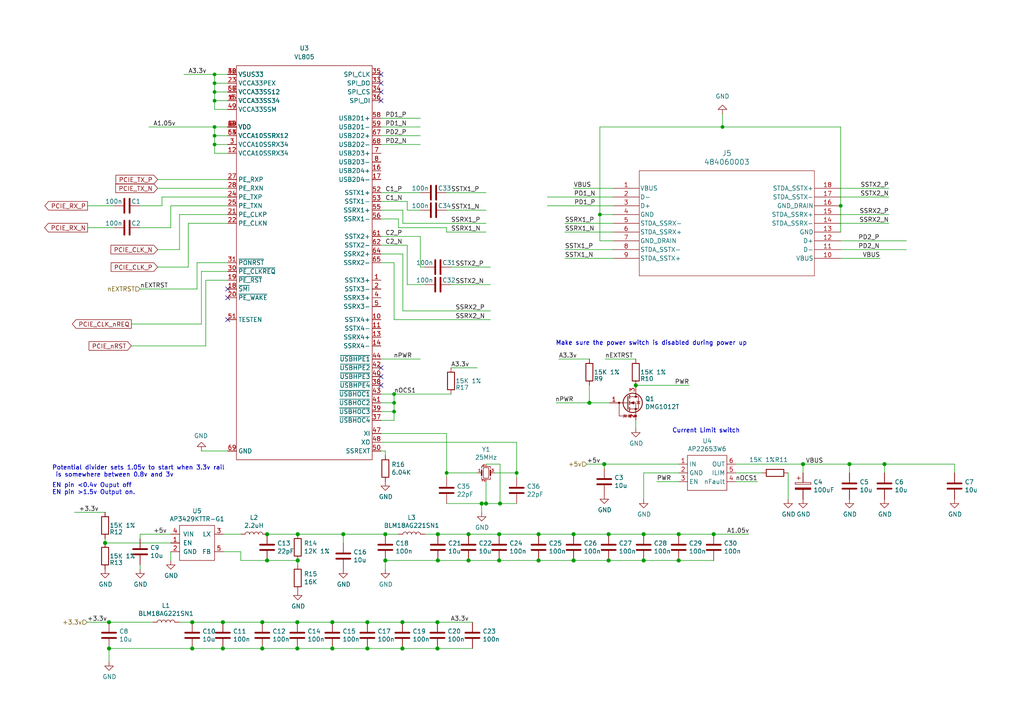
<source format=kicad_sch>
(kicad_sch (version 20231120) (generator "eeschema") (generator_version "8.0")
  (paper "A4")
  (lib_symbols
    (symbol "2024-11-02_07-37-17:484060003" (pin_names (offset 0.254))
      (property "Reference" "J" (at 33.02 10.16 0))
      (property "Value" "484060003" (at 33.02 7.62 0))
      (symbol "484060003_0_1"
        (pin power_in line (at 0 0 0) (length 7.62) (name "VBUS") (number "1"))
        (pin power_in line (at 66.04 -20.32 180) (length 7.62) (name "VBUS") (number "10"))
        (pin bidirectional line (at 66.04 -17.78 180) (length 7.62) (name "D-") (number "11"))
        (pin bidirectional line (at 66.04 -15.24 180) (length 7.62) (name "D+") (number "12"))
        (pin power_out line (at 66.04 -12.7 180) (length 7.62) (name "GND") (number "13"))
        (pin bidirectional line (at 66.04 -10.16 180) (length 7.62) (name "STDA_SSRX-") (number "14"))
        (pin bidirectional line (at 66.04 -7.62 180) (length 7.62) (name "STDA_SSRX+") (number "15"))
        (pin power_out line (at 66.04 -5.08 180) (length 7.62) (name "GND_DRAIN") (number "16"))
        (pin bidirectional line (at 66.04 -2.54 180) (length 7.62) (name "STDA_SSTX-") (number "17"))
        (pin bidirectional line (at 66.04 0 180) (length 7.62) (name "STDA_SSTX+") (number "18"))
        (pin bidirectional line (at 0 -2.54 0) (length 7.62) (name "D-") (number "2"))
        (pin bidirectional line (at 0 -5.08 0) (length 7.62) (name "D+") (number "3"))
        (pin power_out line (at 0 -7.62 0) (length 7.62) (name "GND") (number "4"))
        (pin bidirectional line (at 0 -10.16 0) (length 7.62) (name "STDA_SSRX-") (number "5"))
        (pin bidirectional line (at 0 -12.7 0) (length 7.62) (name "STDA_SSRX+") (number "6"))
        (pin power_out line (at 0 -15.24 0) (length 7.62) (name "GND_DRAIN") (number "7"))
        (pin bidirectional line (at 0 -17.78 0) (length 7.62) (name "STDA_SSTX-") (number "8"))
        (pin bidirectional line (at 0 -20.32 0) (length 7.62) (name "STDA_SSTX+") (number "9"))
      )
    )
    (symbol "ASM1042:VL805"
      (property "Reference" "U1" (at -0.635 45.72 0))
      (property "Value" "VL805" (at -0.635 43.18 0))
      (symbol "VL805_1_1"
        (pin input line (at 21.59 -21.59 180) (length 2.54) (name "SSTX3+") (number "1"))
        (pin input line (at 21.59 -33.02 180) (length 2.54) (name "SSTX4+") (number "10"))
        (pin input line (at 21.59 -35.56 180) (length 2.54) (name "SSTX4-") (number "11"))
        (pin input line (at -22.86 15.24 0) (length 2.54) (name "VCCA10SSRX34") (number "12"))
        (pin input line (at 21.59 -38.1 180) (length 2.54) (name "SSRX4+") (number "13"))
        (pin input line (at 21.59 -40.64 180) (length 2.54) (name "SSRX4-") (number "14"))
        (pin input line (at -22.86 30.48 0) (length 2.54) (name "VCCA33SS34") (number "15"))
        (pin input line (at 21.59 10.16 180) (length 2.54) (name "USB2D4+") (number "16"))
        (pin input line (at 21.59 7.62 180) (length 2.54) (name "USB2D4-") (number "17"))
        (pin input line (at -22.86 -24.13 0) (length 2.54) (name "~{SMI}") (number "18"))
        (pin input line (at -22.86 -21.59 0) (length 2.54) (name "~{PE_RST}") (number "19"))
        (pin input line (at 21.59 -24.13 180) (length 2.54) (name "SSTX3-") (number "2"))
        (pin input line (at -22.86 -26.67 0) (length 2.54) (name "~{PE_WAKE}") (number "20"))
        (pin input line (at -22.86 -2.54 0) (length 2.54) (name "PE_CLKP") (number "21"))
        (pin input line (at -22.86 -5.08 0) (length 2.54) (name "PE_CLKN") (number "22"))
        (pin input line (at -22.86 35.56 0) (length 2.54) (name "VCCA33PEX") (number "23"))
        (pin input line (at -22.86 2.54 0) (length 2.54) (name "PE_TXP") (number "24"))
        (pin input line (at -22.86 0 0) (length 2.54) (name "PE_TXN") (number "25"))
        (pin input line (at -22.86 7.62 0) (length 2.54) (name "PE_RXP") (number "27"))
        (pin input line (at -22.86 5.08 0) (length 2.54) (name "PE_RXN") (number "28"))
        (pin input line (at -22.86 22.86 0) (length 2.54) (name "VDD") (number "29"))
        (pin input line (at -22.86 17.78 0) (length 2.54) (name "VCCA10SSRX34") (number "3"))
        (pin input line (at -22.86 -19.05 0) (length 2.54) (name "~{PE_CLKREQ}") (number "30"))
        (pin input line (at -22.86 -16.51 0) (length 2.54) (name "~{PONRST}") (number "31"))
        (pin input line (at -22.86 38.1 0) (length 2.54) (name "VSUS33") (number "32"))
        (pin input line (at 21.59 35.56 180) (length 2.54) (name "SPI_DO") (number "33"))
        (pin input line (at 21.59 33.02 180) (length 2.54) (name "SPI_CS") (number "34"))
        (pin input line (at 21.59 38.1 180) (length 2.54) (name "SPI_CLK") (number "35"))
        (pin input line (at 21.59 30.48 180) (length 2.54) (name "SPI_DI") (number "36"))
        (pin input line (at 21.59 -62.23 180) (length 2.54) (name "~{USBHOC4}") (number "37"))
        (pin input line (at 21.59 -52.07 180) (length 2.54) (name "~{USBHPE4}") (number "38"))
        (pin input line (at 21.59 -59.69 180) (length 2.54) (name "~{USBHOC3}") (number "39"))
        (pin input line (at 21.59 -26.67 180) (length 2.54) (name "SSRX3+") (number "4"))
        (pin input line (at 21.59 -49.53 180) (length 2.54) (name "~{USBHPE3}") (number "40"))
        (pin input line (at 21.59 -57.15 180) (length 2.54) (name "~{USBHOC2}") (number "41"))
        (pin input line (at 21.59 -46.99 180) (length 2.54) (name "~{USBHPE2}") (number "42"))
        (pin input line (at 21.59 -54.61 180) (length 2.54) (name "~{USBHOC1}") (number "43"))
        (pin input line (at 21.59 -44.45 180) (length 2.54) (name "~{USBHPE1}") (number "44"))
        (pin input line (at -22.86 22.86 0) (length 2.54) (name "VDD") (number "45"))
        (pin input line (at -22.86 38.1 0) (length 2.54) (name "VSUS33") (number "46"))
        (pin input line (at 21.59 -66.04 180) (length 2.54) (name "XI") (number "47"))
        (pin input line (at 21.59 -68.58 180) (length 2.54) (name "XO") (number "48"))
        (pin input line (at -22.86 27.94 0) (length 2.54) (name "VCCA33SSM") (number "49"))
        (pin input line (at 21.59 -29.21 180) (length 2.54) (name "SSRX3-") (number "5"))
        (pin input line (at 21.59 -71.12 180) (length 2.54) (name "SSREXT") (number "50"))
        (pin input line (at -22.86 -33.02 0) (length 2.54) (name "TESTEN") (number "51"))
        (pin input line (at 21.59 3.81 180) (length 2.54) (name "SSTX1+") (number "52"))
        (pin input line (at 21.59 1.27 180) (length 2.54) (name "SSTX1-") (number "53"))
        (pin input line (at -22.86 20.32 0) (length 2.54) (name "VCCA10SSRX12") (number "54"))
        (pin input line (at 21.59 -1.27 180) (length 2.54) (name "SSRX1+") (number "55"))
        (pin input line (at 21.59 -3.81 180) (length 2.54) (name "SSRX1-") (number "56"))
        (pin input line (at -22.86 33.02 0) (length 2.54) (name "VCCA33SS12") (number "57"))
        (pin input line (at 21.59 25.4 180) (length 2.54) (name "USB2D1+") (number "58"))
        (pin input line (at 21.59 22.86 180) (length 2.54) (name "USB2D1-") (number "59"))
        (pin input line (at -22.86 30.48 0) (length 2.54) (name "VCCA33SS34") (number "6"))
        (pin input line (at -22.86 22.86 0) (length 2.54) (name "VDD") (number "60"))
        (pin input line (at 21.59 -8.89 180) (length 2.54) (name "SSTX2+") (number "61"))
        (pin input line (at 21.59 -11.43 180) (length 2.54) (name "SSTX2-") (number "62"))
        (pin input line (at -22.86 20.32 0) (length 2.54) (name "VCCA10SSRX12") (number "63"))
        (pin input line (at 21.59 -13.97 180) (length 2.54) (name "SSRX2+") (number "64"))
        (pin input line (at 21.59 -16.51 180) (length 2.54) (name "SSRX2-") (number "65"))
        (pin input line (at -22.86 33.02 0) (length 2.54) (name "VCCA33SS12") (number "66"))
        (pin input line (at 21.59 20.32 180) (length 2.54) (name "USB2D2+") (number "67"))
        (pin input line (at 21.59 17.78 180) (length 2.54) (name "USB2D2-") (number "68"))
        (pin input line (at -22.86 -71.12 0) (length 2.54) (name "GND") (number "69"))
        (pin input line (at 21.59 15.24 180) (length 2.54) (name "USB2D3+") (number "7"))
        (pin input line (at 21.59 12.7 180) (length 2.54) (name "USB2D3-") (number "8"))
        (pin input line (at -22.86 22.86 0) (length 2.54) (name "VDD") (number "9"))
      )
    )
    (symbol "CM4:AP3429KTTR-G1" (pin_names (offset 1.016))
      (property "Reference" "U" (at -5.08 11.43 0))
      (property "Value" "AP3429KTTR-G1" (at 0 -1.27 0))
      (symbol "AP3429KTTR-G1_0_0"
        (pin input line (at -7.62 5.08 0) (length 2.54) (name "EN") (number "1"))
        (pin power_in line (at -7.62 2.54 0) (length 2.54) (name "GND") (number "2"))
        (pin output line (at 7.62 7.62 180) (length 2.54) (name "LX") (number "3"))
        (pin power_in line (at -7.62 7.62 0) (length 2.54) (name "VIN") (number "4"))
        (pin input line (at 7.62 2.54 180) (length 2.54) (name "FB") (number "5"))
      )
    )
    (symbol "CM4IO:AP2553W6"
      (property "Reference" "U" (at 3.81 -6.35 0))
      (property "Value" "AP2553W6" (at -3.81 -6.35 0))
      (symbol "AP2553W6_0_0"
        (pin power_in line (at -8.89 2.54 0) (length 2.54) (name "IN") (number "1"))
        (pin power_out line (at -8.89 0 0) (length 2.54) (name "GND") (number "2"))
        (pin input line (at -8.89 -2.54 0) (length 2.54) (name "EN") (number "3"))
        (pin open_collector line (at 7.62 -2.54 180) (length 2.54) (name "nFault") (number "4"))
        (pin passive line (at 7.62 0 180) (length 2.54) (name "ILIM") (number "5"))
        (pin power_out line (at 7.62 2.54 180) (length 2.54) (name "OUT") (number "6"))
      )
    )
    (symbol "Device:C" (pin_numbers hide) (pin_names (offset 0.254))
      (property "Reference" "C" (at 0.635 2.54 0))
      (property "Value" "C" (at 0.635 -2.54 0))
      (symbol "C_1_1"
        (pin passive line (at 0 3.81 270) (length 2.794) (name "~") (number "1"))
        (pin passive line (at 0 -3.81 90) (length 2.794) (name "~") (number "2"))
      )
    )
    (symbol "Device:CP" (pin_numbers hide) (pin_names (offset 0.254))
      (property "Reference" "C" (at 0.635 2.54 0))
      (property "Value" "CP" (at 0.635 -2.54 0))
      (symbol "CP_1_1"
        (pin passive line (at 0 3.81 270) (length 2.794) (name "~") (number "1"))
        (pin passive line (at 0 -3.81 90) (length 2.794) (name "~") (number "2"))
      )
    )
    (symbol "Device:Crystal_GND24_Small" (pin_names (offset 1.016) hide)
      (property "Reference" "Y" (at 1.27 4.445 0))
      (property "Value" "Crystal_GND24_Small" (at 1.27 2.54 0))
      (symbol "Crystal_GND24_Small_1_1"
        (pin passive line (at -2.54 0 0) (length 1.27) (name "1") (number "1"))
        (pin passive line (at 0 -2.54 90) (length 0.635) (name "2") (number "2"))
        (pin passive line (at 2.54 0 180) (length 1.27) (name "3") (number "3"))
        (pin passive line (at 0 2.54 270) (length 0.635) (name "4") (number "4"))
      )
    )
    (symbol "Device:L" (pin_numbers hide) (pin_names (offset 1.016) hide)
      (property "Reference" "L" (at -1.27 0 90))
      (property "Value" "L" (at 1.905 0 90))
      (symbol "L_1_1"
        (pin passive line (at 0 3.81 270) (length 1.27) (name "1") (number "1"))
        (pin passive line (at 0 -3.81 90) (length 1.27) (name "2") (number "2"))
      )
    )
    (symbol "Device:R" (pin_numbers hide) (pin_names (offset 0))
      (property "Reference" "R" (at 2.032 0 90))
      (property "Value" "R" (at 0 0 90))
      (symbol "R_1_1"
        (pin passive line (at 0 3.81 270) (length 1.27) (name "~") (number "1"))
        (pin passive line (at 0 -3.81 90) (length 1.27) (name "~") (number "2"))
      )
    )
    (symbol "GND_1" (power) (pin_numbers hide) (pin_names (offset 0) hide)
      (property "Value" "GND" (at 0 -3.81 0))
      (symbol "GND_1_1_1"
        (pin power_in line (at 0 0 270) (length 0) (name "~") (number "1"))
      )
    )
    (symbol "Transistor_FET:DMG1012T" (pin_names (offset 0) hide)
      (property "Reference" "Q" (at 5.08 1.905 0))
      (property "Value" "DMG1012T" (at 5.08 0 0))
      (symbol "DMG1012T_1_1"
        (pin input line (at -5.08 0 0) (length 2.54) (name "G") (number "1"))
        (pin passive line (at 2.54 -5.08 90) (length 2.54) (name "S") (number "2"))
        (pin passive line (at 2.54 5.08 270) (length 2.54) (name "D") (number "3"))
      )
    )
    (symbol "power:GND" (power) (pin_names (offset 0))
      (property "Value" "GND" (at 0 -3.81 0))
      (symbol "GND_1_1"
        (pin power_in line (at 0 0 270) (length 0) hide (name "GND") (number "1"))
      )
    )
  )
  (junction (at 129.54 137.16))
  (junction (at 145.034 146.05) (diameter 1.016))
  (junction (at 86.233 180.467) (diameter 1.016))
  (junction (at 126.873 188.087) (diameter 1.016))
  (junction (at 186.69 162.56) (diameter 1.016))
  (junction (at 114.3 119.38))
  (junction (at 156.21 154.94) (diameter 1.016))
  (junction (at 139.7 146.05) (diameter 1.016))
  (junction (at 140.97 146.05) (diameter 1.016))
  (junction (at 149.86 137.16))
  (junction (at 55.753 180.467) (diameter 1.016))
  (junction (at 256.54 134.62) (diameter 1.016))
  (junction (at 62.23 29.21))
  (junction (at 62.23 26.67))
  (junction (at 30.48 157.48) (diameter 1.016))
  (junction (at 116.713 188.087) (diameter 1.016))
  (junction (at 64.643 188.087) (diameter 1.016))
  (junction (at 76.073 180.467) (diameter 1.016))
  (junction (at 184.404 111.76) (diameter 1.016))
  (junction (at 86.36 154.94) (diameter 1.016))
  (junction (at 114.3 116.84))
  (junction (at 246.38 134.62) (diameter 1.016))
  (junction (at 106.553 188.087) (diameter 1.016))
  (junction (at 126.873 180.467) (diameter 1.016))
  (junction (at 31.623 188.087) (diameter 1.016))
  (junction (at 55.753 188.087) (diameter 1.016))
  (junction (at 156.21 162.56) (diameter 1.016))
  (junction (at 111.76 154.94) (diameter 1.016))
  (junction (at 99.568 154.94) (diameter 1.016))
  (junction (at 106.553 180.467) (diameter 1.016))
  (junction (at 31.623 180.467) (diameter 1.016))
  (junction (at 62.23 21.59))
  (junction (at 62.23 24.13))
  (junction (at 166.37 154.94) (diameter 1.016))
  (junction (at 176.53 154.94) (diameter 1.016))
  (junction (at 135.89 162.56) (diameter 1.016))
  (junction (at 62.23 41.91))
  (junction (at 196.85 162.56) (diameter 1.016))
  (junction (at 173.99 62.23))
  (junction (at 175.26 134.62) (diameter 1.016))
  (junction (at 207.01 154.94) (diameter 1.016))
  (junction (at 114.3 114.3))
  (junction (at 77.47 154.94) (diameter 1.016))
  (junction (at 77.47 162.56) (diameter 1.016))
  (junction (at 96.393 180.467) (diameter 1.016))
  (junction (at 166.37 162.56) (diameter 1.016))
  (junction (at 135.89 154.94) (diameter 1.016))
  (junction (at 127 154.94) (diameter 1.016))
  (junction (at 176.53 162.56) (diameter 1.016))
  (junction (at 127 162.56) (diameter 1.016))
  (junction (at 232.918 134.62) (diameter 1.016))
  (junction (at 86.36 162.56) (diameter 1.016))
  (junction (at 86.233 188.087) (diameter 1.016))
  (junction (at 144.78 162.56) (diameter 1.016))
  (junction (at 209.55 36.83))
  (junction (at 62.23 36.83))
  (junction (at 96.393 188.087) (diameter 1.016))
  (junction (at 62.23 39.37))
  (junction (at 170.942 116.84) (diameter 1.016))
  (junction (at 116.713 180.467) (diameter 1.016))
  (junction (at 243.84 59.69))
  (junction (at 76.073 188.087) (diameter 1.016))
  (junction (at 186.69 154.94) (diameter 1.016))
  (junction (at 64.643 180.467) (diameter 1.016))
  (junction (at 196.85 154.94) (diameter 1.016))
  (junction (at 111.76 162.56) (diameter 1.016))
  (junction (at 144.78 154.94) (diameter 1.016))
  (no_connect (at 66.04 83.82))
  (no_connect (at 110.49 24.13))
  (no_connect (at 66.04 92.71))
  (no_connect (at 110.49 109.22))
  (no_connect (at 66.04 86.36))
  (no_connect (at 110.49 26.67))
  (no_connect (at 110.49 111.76))
  (no_connect (at 110.49 106.68))
  (no_connect (at 110.49 29.21))
  (no_connect (at 110.49 21.59))
  (wire (pts (xy 162.052 104.14) (xy 170.942 104.14)))
  (wire (pts (xy 62.23 29.21) (xy 62.23 26.67)))
  (wire (pts (xy 110.49 63.5) (xy 115.57 63.5)))
  (wire (pts (xy 96.393 180.467) (xy 106.553 180.467)))
  (wire (pts (xy 96.393 188.087) (xy 106.553 188.087)))
  (wire (pts (xy 209.55 33.02) (xy 209.55 36.83)))
  (wire (pts (xy 110.49 60.96) (xy 116.84 60.96)))
  (wire (pts (xy 156.21 154.94) (xy 166.37 154.94)))
  (wire (pts (xy 40.64 83.82) (xy 57.15 83.82)))
  (wire (pts (xy 62.23 36.83) (xy 66.04 36.83)))
  (wire (pts (xy 118.11 71.12) (xy 118.11 82.55)))
  (wire (pts (xy 86.36 163.83) (xy 86.36 162.56)))
  (wire (pts (xy 246.38 134.62) (xy 256.54 134.62)))
  (wire (pts (xy 115.57 66.04) (xy 129.54 66.04)))
  (wire (pts (xy 40.64 59.69) (xy 46.99 59.69)))
  (wire (pts (xy 40.64 163.83) (xy 40.64 165.1)))
  (wire (pts (xy 257.81 62.23) (xy 243.84 62.23)))
  (wire (pts (xy 110.49 121.92) (xy 114.3 121.92)))
  (wire (pts (xy 163.83 67.31) (xy 177.8 67.31)))
  (wire (pts (xy 62.23 29.21) (xy 66.04 29.21)))
  (wire (pts (xy 111.76 130.81) (xy 111.76 132.08)))
  (wire (pts (xy 116.84 64.77) (xy 140.97 64.77)))
  (wire (pts (xy 38.1 93.98) (xy 58.42 93.98)))
  (wire (pts (xy 99.568 154.94) (xy 111.76 154.94)))
  (wire (pts (xy 110.49 73.66) (xy 116.84 73.66)))
  (wire (pts (xy 175.514 104.14) (xy 184.404 104.14)))
  (wire (pts (xy 156.21 162.56) (xy 166.37 162.56)))
  (wire (pts (xy 31.623 188.087) (xy 55.753 188.087)))
  (wire (pts (xy 116.713 180.467) (xy 126.873 180.467)))
  (wire (pts (xy 129.54 60.96) (xy 140.97 60.96)))
  (wire (pts (xy 144.78 162.56) (xy 156.21 162.56)))
  (wire (pts (xy 86.233 188.087) (xy 96.393 188.087)))
  (wire (pts (xy 135.89 162.56) (xy 144.78 162.56)))
  (wire (pts (xy 209.55 36.83) (xy 243.84 36.83)))
  (wire (pts (xy 175.26 134.62) (xy 196.85 134.62)))
  (wire (pts (xy 196.85 154.94) (xy 207.01 154.94)))
  (wire (pts (xy 228.6 137.16) (xy 228.6 144.78)))
  (wire (pts (xy 114.3 114.3) (xy 130.81 114.3)))
  (wire (pts (xy 66.04 21.59) (xy 62.23 21.59)))
  (wire (pts (xy 66.04 44.45) (xy 62.23 44.45)))
  (wire (pts (xy 149.86 137.16) (xy 149.86 138.43)))
  (wire (pts (xy 243.84 59.69) (xy 243.84 67.31)))
  (wire (pts (xy 140.97 134.62) (xy 145.034 134.62)))
  (wire (pts (xy 110.49 116.84) (xy 114.3 116.84)))
  (wire (pts (xy 46.99 59.69) (xy 46.99 57.15)))
  (wire (pts (xy 62.23 31.75) (xy 62.23 29.21)))
  (wire (pts (xy 129.54 137.16) (xy 138.43 137.16)))
  (wire (pts (xy 139.7 146.05) (xy 139.7 148.59)))
  (wire (pts (xy 25.273 180.467) (xy 31.623 180.467)))
  (wire (pts (xy 62.23 21.59) (xy 62.23 24.13)))
  (wire (pts (xy 114.3 76.2) (xy 114.3 92.71)))
  (wire (pts (xy 140.97 139.7) (xy 140.97 146.05)))
  (wire (pts (xy 127 154.94) (xy 135.89 154.94)))
  (wire (pts (xy 129.54 55.88) (xy 140.97 55.88)))
  (wire (pts (xy 213.36 137.16) (xy 220.98 137.16)))
  (wire (pts (xy 186.69 154.94) (xy 196.85 154.94)))
  (wire (pts (xy 173.99 62.23) (xy 173.99 69.85)))
  (wire (pts (xy 129.54 138.43) (xy 129.54 137.16)))
  (wire (pts (xy 45.72 77.47) (xy 54.61 77.47)))
  (wire (pts (xy 123.19 154.94) (xy 127 154.94)))
  (wire (pts (xy 196.85 137.16) (xy 186.69 137.16)))
  (wire (pts (xy 31.623 180.467) (xy 44.323 180.467)))
  (wire (pts (xy 51.943 180.467) (xy 55.753 180.467)))
  (wire (pts (xy 110.49 114.3) (xy 114.3 114.3)))
  (wire (pts (xy 255.27 74.93) (xy 243.84 74.93)))
  (wire (pts (xy 62.23 26.67) (xy 66.04 26.67)))
  (wire (pts (xy 64.643 180.467) (xy 76.073 180.467)))
  (wire (pts (xy 163.83 64.77) (xy 177.8 64.77)))
  (wire (pts (xy 76.073 188.087) (xy 86.233 188.087)))
  (wire (pts (xy 43.18 36.83) (xy 62.23 36.83)))
  (wire (pts (xy 143.51 137.16) (xy 149.86 137.16)))
  (wire (pts (xy 64.77 160.02) (xy 69.85 160.02)))
  (wire (pts (xy 45.72 72.39) (xy 52.07 72.39)))
  (wire (pts (xy 116.713 188.087) (xy 126.873 188.087)))
  (wire (pts (xy 110.49 34.29) (xy 121.92 34.29)))
  (wire (pts (xy 161.29 116.84) (xy 170.942 116.84)))
  (wire (pts (xy 62.23 36.83) (xy 62.23 39.37)))
  (wire (pts (xy 106.553 180.467) (xy 116.713 180.467)))
  (wire (pts (xy 110.49 130.81) (xy 111.76 130.81)))
  (wire (pts (xy 46.99 57.15) (xy 66.04 57.15)))
  (wire (pts (xy 21.59 148.59) (xy 30.48 148.59)))
  (wire (pts (xy 110.49 76.2) (xy 114.3 76.2)))
  (wire (pts (xy 170.18 134.62) (xy 175.26 134.62)))
  (wire (pts (xy 64.643 188.087) (xy 76.073 188.087)))
  (wire (pts (xy 126.873 188.087) (xy 137.033 188.087)))
  (wire (pts (xy 45.72 54.61) (xy 66.04 54.61)))
  (wire (pts (xy 116.84 73.66) (xy 116.84 90.17)))
  (wire (pts (xy 116.84 60.96) (xy 116.84 64.77)))
  (wire (pts (xy 62.23 26.67) (xy 62.23 24.13)))
  (wire (pts (xy 111.76 165.1) (xy 111.76 162.56)))
  (wire (pts (xy 69.85 162.56) (xy 77.47 162.56)))
  (wire (pts (xy 190.5 139.7) (xy 196.85 139.7)))
  (wire (pts (xy 246.38 137.16) (xy 246.38 134.62)))
  (wire (pts (xy 177.8 59.69) (xy 158.75 59.69)))
  (wire (pts (xy 213.36 139.7) (xy 219.71 139.7)))
  (wire (pts (xy 54.61 77.47) (xy 54.61 64.77)))
  (wire (pts (xy 130.81 77.47) (xy 142.24 77.47)))
  (wire (pts (xy 99.568 157.48) (xy 99.568 154.94)))
  (wire (pts (xy 173.99 36.83) (xy 209.55 36.83)))
  (wire (pts (xy 176.53 162.56) (xy 186.69 162.56)))
  (wire (pts (xy 54.61 64.77) (xy 66.04 64.77)))
  (wire (pts (xy 243.84 69.85) (xy 262.89 69.85)))
  (wire (pts (xy 49.53 160.02) (xy 49.53 162.56)))
  (wire (pts (xy 49.53 157.48) (xy 30.48 157.48)))
  (wire (pts (xy 163.83 72.39) (xy 177.8 72.39)))
  (wire (pts (xy 40.64 66.04) (xy 49.53 66.04)))
  (wire (pts (xy 114.3 116.84) (xy 114.3 119.38)))
  (wire (pts (xy 232.918 134.62) (xy 246.38 134.62)))
  (wire (pts (xy 121.92 77.47) (xy 123.19 77.47)))
  (wire (pts (xy 276.86 137.16) (xy 276.86 134.62)))
  (wire (pts (xy 139.7 146.05) (xy 140.97 146.05)))
  (wire (pts (xy 110.49 119.38) (xy 114.3 119.38)))
  (wire (pts (xy 58.42 78.74) (xy 58.42 93.98)))
  (wire (pts (xy 166.37 162.56) (xy 176.53 162.56)))
  (wire (pts (xy 256.54 134.62) (xy 276.86 134.62)))
  (wire (pts (xy 145.034 146.05) (xy 149.86 146.05)))
  (wire (pts (xy 110.49 36.83) (xy 121.92 36.83)))
  (wire (pts (xy 207.01 154.94) (xy 217.17 154.94)))
  (wire (pts (xy 144.78 154.94) (xy 156.21 154.94)))
  (wire (pts (xy 166.37 154.94) (xy 176.53 154.94)))
  (wire (pts (xy 177.8 69.85) (xy 173.99 69.85)))
  (wire (pts (xy 129.54 146.05) (xy 139.7 146.05)))
  (wire (pts (xy 173.99 36.83) (xy 173.99 62.23)))
  (wire (pts (xy 129.54 125.73) (xy 110.49 125.73)))
  (wire (pts (xy 175.26 135.89) (xy 175.26 134.62)))
  (wire (pts (xy 129.54 125.73) (xy 129.54 137.16)))
  (wire (pts (xy 114.3 114.3) (xy 114.3 116.84)))
  (wire (pts (xy 126.873 180.467) (xy 137.033 180.467)))
  (wire (pts (xy 64.77 154.94) (xy 69.85 154.94)))
  (wire (pts (xy 243.84 72.39) (xy 262.89 72.39)))
  (wire (pts (xy 30.48 157.48) (xy 30.48 156.21)))
  (wire (pts (xy 129.54 67.31) (xy 140.97 67.31)))
  (wire (pts (xy 25.4 59.69) (xy 33.02 59.69)))
  (wire (pts (xy 62.23 24.13) (xy 66.04 24.13)))
  (wire (pts (xy 53.34 21.59) (xy 62.23 21.59)))
  (wire (pts (xy 130.81 82.55) (xy 142.24 82.55)))
  (wire (pts (xy 110.49 58.42) (xy 118.11 58.42)))
  (wire (pts (xy 257.81 54.61) (xy 243.84 54.61)))
  (wire (pts (xy 58.42 130.81) (xy 66.04 130.81)))
  (wire (pts (xy 69.85 160.02) (xy 69.85 162.56)))
  (wire (pts (xy 106.553 188.087) (xy 116.713 188.087)))
  (wire (pts (xy 40.64 154.94) (xy 40.64 156.21)))
  (wire (pts (xy 111.76 154.94) (xy 115.57 154.94)))
  (wire (pts (xy 232.918 134.62) (xy 232.918 137.16)))
  (wire (pts (xy 55.753 180.467) (xy 64.643 180.467)))
  (wire (pts (xy 76.073 180.467) (xy 86.233 180.467)))
  (wire (pts (xy 49.53 59.69) (xy 66.04 59.69)))
  (wire (pts (xy 114.3 92.71) (xy 142.24 92.71)))
  (wire (pts (xy 110.49 41.91) (xy 121.92 41.91)))
  (wire (pts (xy 31.623 191.897) (xy 31.623 188.087)))
  (wire (pts (xy 52.07 72.39) (xy 52.07 62.23)))
  (wire (pts (xy 57.15 83.82) (xy 57.15 76.2)))
  (wire (pts (xy 114.3 119.38) (xy 114.3 121.92)))
  (wire (pts (xy 121.92 68.58) (xy 121.92 77.47)))
  (wire (pts (xy 184.404 121.92) (xy 184.404 124.206)))
  (wire (pts (xy 62.23 39.37) (xy 66.04 39.37)))
  (wire (pts (xy 62.23 44.45) (xy 62.23 41.91)))
  (wire (pts (xy 111.76 162.56) (xy 127 162.56)))
  (wire (pts (xy 116.84 90.17) (xy 142.24 90.17)))
  (wire (pts (xy 213.36 134.62) (xy 232.918 134.62)))
  (wire (pts (xy 170.942 116.84) (xy 176.784 116.84)))
  (wire (pts (xy 176.53 154.94) (xy 186.69 154.94)))
  (wire (pts (xy 166.37 54.61) (xy 177.8 54.61)))
  (wire (pts (xy 127 162.56) (xy 135.89 162.56)))
  (wire (pts (xy 38.1 100.33) (xy 59.69 100.33)))
  (wire (pts (xy 52.07 62.23) (xy 66.04 62.23)))
  (wire (pts (xy 55.753 188.087) (xy 64.643 188.087)))
  (wire (pts (xy 45.72 52.07) (xy 66.04 52.07)))
  (wire (pts (xy 77.47 154.94) (xy 86.36 154.94)))
  (wire (pts (xy 177.8 62.23) (xy 173.99 62.23)))
  (wire (pts (xy 256.54 134.62) (xy 256.54 137.16)))
  (wire (pts (xy 129.54 66.04) (xy 129.54 67.31)))
  (wire (pts (xy 257.81 64.77) (xy 243.84 64.77)))
  (wire (pts (xy 140.97 146.05) (xy 145.034 146.05)))
  (wire (pts (xy 59.69 81.28) (xy 59.69 100.33)))
  (wire (pts (xy 257.81 57.15) (xy 243.84 57.15)))
  (wire (pts (xy 186.69 162.56) (xy 196.85 162.56)))
  (wire (pts (xy 118.11 58.42) (xy 118.11 60.96)))
  (wire (pts (xy 40.64 154.94) (xy 49.53 154.94)))
  (wire (pts (xy 110.49 128.27) (xy 149.86 128.27)))
  (wire (pts (xy 145.034 134.62) (xy 145.034 146.05)))
  (wire (pts (xy 49.53 66.04) (xy 49.53 59.69)))
  (wire (pts (xy 110.49 104.14) (xy 121.92 104.14)))
  (wire (pts (xy 149.86 137.16) (xy 149.86 128.27)))
  (wire (pts (xy 118.11 60.96) (xy 121.92 60.96)))
  (wire (pts (xy 184.404 111.76) (xy 199.898 111.76)))
  (wire (pts (xy 130.81 106.68) (xy 138.43 106.68)))
  (wire (pts (xy 77.47 162.56) (xy 86.36 162.56)))
  (wire (pts (xy 59.69 81.28) (xy 66.04 81.28)))
  (wire (pts (xy 243.84 36.83) (xy 243.84 59.69)))
  (wire (pts (xy 57.15 76.2) (xy 66.04 76.2)))
  (wire (pts (xy 110.49 55.88) (xy 121.92 55.88)))
  (wire (pts (xy 25.4 66.04) (xy 33.02 66.04)))
  (wire (pts (xy 58.42 78.74) (xy 66.04 78.74)))
  (wire (pts (xy 110.49 39.37) (xy 121.92 39.37)))
  (wire (pts (xy 135.89 154.94) (xy 144.78 154.94)))
  (wire (pts (xy 110.49 68.58) (xy 121.92 68.58)))
  (wire (pts (xy 118.11 82.55) (xy 123.19 82.55)))
  (wire (pts (xy 86.233 180.467) (xy 96.393 180.467)))
  (wire (pts (xy 62.23 31.75) (xy 66.04 31.75)))
  (wire (pts (xy 177.8 57.15) (xy 158.75 57.15)))
  (wire (pts (xy 196.85 162.56) (xy 207.01 162.56)))
  (wire (pts (xy 62.23 41.91) (xy 62.23 39.37)))
  (wire (pts (xy 86.36 154.94) (xy 99.568 154.94)))
  (wire (pts (xy 115.57 63.5) (xy 115.57 66.04)))
  (wire (pts (xy 110.49 71.12) (xy 118.11 71.12)))
  (wire (pts (xy 163.83 74.93) (xy 177.8 74.93)))
  (wire (pts (xy 186.69 137.16) (xy 186.69 144.78)))
  (wire (pts (xy 62.23 41.91) (xy 66.04 41.91)))
  (wire (pts (xy 170.942 111.76) (xy 170.942 116.84)))
  (text "Current Limit switch" (at 214.63 125.73 0) (effects (font (size 1.27 1.27)) (justify right bottom)))
  (text "Make sure the power switch is disabled during power up" (at 216.662 100.33 0) (effects (font (size 1.27 1.27)) (justify right bottom)))
  (text "Make sure the power switch is disabled during power up" (at 216.662 100.33 0) (effects (font (size 1.27 1.27)) (justify right bottom)))
  (text "Current Limit switch" (at 214.63 125.73 0) (effects (font (size 1.27 1.27)) (justify right bottom)))
  (text "EN pin <0.4v Ouput off\nEN pin >1.5v Output on. " (at 15.113 143.637 0) (effects (font (size 1.27 1.27)) (justify left bottom)))
  (text "EN pin <0.4v Ouput off\nEN pin >1.5v Output on. " (at 15.113 143.637 0) (effects (font (size 1.27 1.27)) (justify left bottom)))
  (text "Potential divider sets 1.05v to start when 3.3v rail\n is somewhere between 0.8v and 3v " (at 15.113 138.557 0) (effects (font (size 1.27 1.27)) (justify left bottom)))
  (text "Potential divider sets 1.05v to start when 3.3v rail\n is somewhere between 0.8v and 3v " (at 15.113 138.557 0) (effects (font (size 1.27 1.27)) (justify left bottom)))
  (label "SSTX1_N" (at 130.81 60.96 0))
  (label "SSRX2_P" (at 132.08 90.17 0))
  (label "PWR" (at 190.5 139.7 0))
  (label "SSTX1_P" (at 163.83 72.39 0))
  (label "+5v" (at 170.18 134.62 0))
  (label "+3.3v" (at 22.86 148.59 0))
  (label "A1.05v" (at 44.45 36.83 0))
  (label "A1.05v" (at 210.82 154.94 0))
  (label "PD2_P" (at 248.92 69.85 0))
  (label "SSRX2_P" (at 257.81 62.23 180))
  (label "PD1_N" (at 111.76 36.83 0))
  (label "SSRX2_N" (at 132.08 92.71 0))
  (label "A3.3v" (at 162.052 104.14 0))
  (label "PD2_P" (at 111.76 39.37 0))
  (label "C1_P" (at 111.76 55.88 0))
  (label "nEXTRST" (at 175.514 104.14 0))
  (label "SSRX1_N" (at 130.81 67.31 0))
  (label "SSTX2_P" (at 257.81 54.61 180))
  (label "SSTX1_P" (at 130.81 55.88 0))
  (label "nEXTRST" (at 40.64 83.82 0))
  (label "C2_N" (at 111.76 71.12 0))
  (label "SSTX1_N" (at 163.83 74.93 0))
  (label "PD2_N" (at 111.76 41.91 0))
  (label "A3.3v" (at 54.61 21.59 0))
  (label "+5v" (at 44.45 154.94 0))
  (label "SSTX2_N" (at 132.08 82.55 0))
  (label "SSTX2_P" (at 132.08 77.47 0))
  (label "SSTX2_N" (at 257.81 57.15 180))
  (label "nPWR" (at 166.37 116.84 180))
  (label "SSRX1_P" (at 163.83 64.77 0))
  (label "nOCS1" (at 213.36 139.7 0))
  (label "PD1_P" (at 172.72 59.69 180))
  (label "nPWR" (at 119.507 104.14 180))
  (label "nOCS1" (at 114.3 114.3 0))
  (label "+3.3v" (at 25.273 180.467 0))
  (label "A3.3v" (at 130.81 106.68 0))
  (label "SSRX2_N" (at 257.81 64.77 180))
  (label "VBUS" (at 233.68 134.62 0))
  (label "PD1_P" (at 111.76 34.29 0))
  (label "VBUS" (at 255.27 74.93 180))
  (label "PD2_N" (at 248.92 72.39 0))
  (label "C2_P" (at 111.76 68.58 0))
  (label "PD1_N" (at 172.72 57.15 180))
  (label "PWR" (at 199.898 111.76 180))
  (label "VBUS" (at 166.37 54.61 0))
  (label "SSRX1_P" (at 130.81 64.77 0))
  (label "SSRX1_N" (at 163.83 67.31 0))
  (label "A3.3v" (at 130.683 180.467 0))
  (label "C1_N" (at 111.76 58.42 0))
  (global_label "PCIE_TX_P" (shape input) (at 45.72 52.07 180) (property "Intersheetrefs" "${INTERSHEET_REFS}" (effects (hide yes))))
  (global_label "PCIE_CLK_nREQ" (shape output) (at 38.1 93.98 180) (property "Intersheetrefs" "${INTERSHEET_REFS}" (effects (hide yes))))
  (global_label "PCIE_RX_N" (shape output) (at 25.4 66.04 180) (property "Intersheetrefs" "${INTERSHEET_REFS}" (effects (hide yes))))
  (global_label "PCIE_RX_P" (shape output) (at 25.4 59.69 180) (property "Intersheetrefs" "${INTERSHEET_REFS}" (effects (hide yes))))
  (global_label "PCIE_CLK_N" (shape input) (at 45.72 72.39 180) (property "Intersheetrefs" "${INTERSHEET_REFS}" (effects (hide yes))))
  (global_label "PCIE_nRST" (shape input) (at 38.1 100.33 180) (property "Intersheetrefs" "${INTERSHEET_REFS}" (effects (hide yes))))
  (global_label "PCIE_CLK_P" (shape input) (at 45.72 77.47 180) (property "Intersheetrefs" "${INTERSHEET_REFS}" (effects (hide yes))))
  (global_label "PCIE_TX_N" (shape input) (at 45.72 54.61 180) (property "Intersheetrefs" "${INTERSHEET_REFS}" (effects (hide yes))))
  (hierarchical_label "+5v" (shape input) (at 170.18 134.62 180))
  (hierarchical_label "+3.3v" (shape input) (at 25.273 180.467 180))
  (hierarchical_label "nEXTRST" (shape input) (at 40.64 83.82 180))
  (symbol (lib_id "Device:C") (at 36.83 59.69 270) (unit 1)
    (property "Reference" "C1" (at 38.1 58.42 90) (effects (justify left)))
    (property "Value" "100n" (at 30.48 58.42 90) (effects (justify left)))
    (property "Footprint" "Capacitor_SMD:C_0402_1005Metric" (effects (hide yes)))
    (property "Datasheet" "https://search.murata.co.jp/Ceramy/image/img/A01X/G101/ENG/GRM155R71C104KA88-01.pdf" (effects (hide yes)))
    (property "Field4" "Farnell" (effects (hide yes)))
    (property "Field5" "2611911" (effects (hide yes)))
    (property "Field6" "RM EMK105 B7104KV-F" (effects (hide yes)))
    (property "Field7" "TAIYO YUDEN EUROPE GMBH" (effects (hide yes)))
    (property "Field8" "110091611" (effects (hide yes)))
    (property "Part Description" "	0.1uF 10% 16V Ceramic Capacitor X7R 0402 (1005 Metric)" (effects (hide yes)))
  )
  (symbol (lib_id "Device:C") (at 207.01 158.75 0) (unit 1)
    (property "Reference" "C30" (at 209.931 157.5816 0) (effects (justify left)))
    (property "Value" "100n" (at 209.931 159.893 0) (effects (justify left)))
    (property "Footprint" "Capacitor_SMD:C_0402_1005Metric" (effects (hide yes)))
    (property "Datasheet" "https://search.murata.co.jp/Ceramy/image/img/A01X/G101/ENG/GRM155R71C104KA88-01.pdf" (effects (hide yes)))
    (property "Field4" "Farnell" (effects (hide yes)))
    (property "Field5" "2611911" (effects (hide yes)))
    (property "Field6" "RM EMK105 B7104KV-F" (effects (hide yes)))
    (property "Field7" "TAIYO YUDEN EUROPE GMBH" (effects (hide yes)))
    (property "Field8" "110091611" (effects (hide yes)))
    (property "Part Description" "	0.1uF 10% 16V Ceramic Capacitor X7R 0402 (1005 Metric)" (effects (hide yes)))
  )
  (symbol (lib_id "Device:R") (at 184.404 107.95 0) (unit 1)
    (property "Reference" "R10" (at 185.674 109.855 0) (effects (justify left)))
    (property "Value" "15K 1%" (at 185.674 107.95 0) (effects (justify left)))
    (property "Footprint" "Resistor_SMD:R_0402_1005Metric" (effects (hide yes)))
    (property "Datasheet" "https://fscdn.rohm.com/en/products/databook/datasheet/passive/resistor/chip_resistor/mcr-e.pdf" (effects (hide yes)))
    (property "Field4" "Farnell" (effects (hide yes)))
    (property "Field5" "9239375" (effects (hide yes)))
    (property "Field6" "MCR01MZPF1502" (effects (hide yes)))
    (property "Field7" "Rohm" (effects (hide yes)))
    (property "Part Description" "Resistor 15K M1005 1% 63mW" (effects (hide yes)))
    (property "Field8" "120891581" (effects (hide yes)))
  )
  (symbol (lib_id "Device:R") (at 30.48 152.4 0) (unit 1)
    (property "Reference" "R12" (at 31.75 154.305 0) (effects (justify left)))
    (property "Value" "15K 1%" (at 31.75 152.4 0) (effects (justify left)))
    (property "Footprint" "Resistor_SMD:R_0402_1005Metric" (effects (hide yes)))
    (property "Datasheet" "https://fscdn.rohm.com/en/products/databook/datasheet/passive/resistor/chip_resistor/mcr-e.pdf" (effects (hide yes)))
    (property "Field4" "Farnell" (effects (hide yes)))
    (property "Field5" "9239375" (effects (hide yes)))
    (property "Field6" "MCR01MZPF1502" (effects (hide yes)))
    (property "Field7" "Rohm" (effects (hide yes)))
    (property "Part Description" "Resistor 15K M1005 1% 63mW" (effects (hide yes)))
    (property "Field8" "120891581" (effects (hide yes)))
  )
  (symbol (lib_id "power:GND") (at 111.76 139.7 0) (unit 1)
    (property "Reference" "#PWR019" (effects (hide yes)))
    (property "Value" "GND" (at 111.887 144.0942 0))
  )
  (symbol (lib_id "Device:C") (at 106.553 184.277 0) (unit 1)
    (property "Reference" "C17" (at 109.474 183.1086 0) (effects (justify left)))
    (property "Value" "100n" (at 109.474 185.42 0) (effects (justify left)))
    (property "Footprint" "Capacitor_SMD:C_0402_1005Metric" (effects (hide yes)))
    (property "Datasheet" "https://search.murata.co.jp/Ceramy/image/img/A01X/G101/ENG/GRM155R71C104KA88-01.pdf" (effects (hide yes)))
    (property "Field4" "Farnell" (effects (hide yes)))
    (property "Field5" "2611911" (effects (hide yes)))
    (property "Field6" "RM EMK105 B7104KV-F" (effects (hide yes)))
    (property "Field7" "TAIYO YUDEN EUROPE GMBH" (effects (hide yes)))
    (property "Field8" "110091611" (effects (hide yes)))
    (property "Part Description" "	0.1uF 10% 16V Ceramic Capacitor X7R 0402 (1005 Metric)" (effects (hide yes)))
  )
  (symbol (lib_id "2024-11-02_07-37-17:484060003") (at 177.8 54.61 0) (unit 1)
    (property "Reference" "J5" (at 210.82 44.45 0) (effects (font (size 1.524 1.524))))
    (property "Value" "484060003" (at 210.82 46.99 0) (effects (font (size 1.524 1.524))))
    (property "Footprint" "48406-0003_MOL" (effects (hide yes)))
    (property "Datasheet" "484060003" (effects (hide yes)))
  )
  (symbol (lib_id "power:GND") (at 232.918 144.78 0) (unit 1)
    (property "Reference" "#PWR05" (effects (hide yes)))
    (property "Value" "GND" (at 233.045 149.1742 0))
  )
  (symbol (lib_id "Device:C") (at 166.37 158.75 0) (unit 1)
    (property "Reference" "C26" (at 169.291 157.5816 0) (effects (justify left)))
    (property "Value" "100n" (at 169.291 159.893 0) (effects (justify left)))
    (property "Footprint" "Capacitor_SMD:C_0402_1005Metric" (effects (hide yes)))
    (property "Datasheet" "https://search.murata.co.jp/Ceramy/image/img/A01X/G101/ENG/GRM155R71C104KA88-01.pdf" (effects (hide yes)))
    (property "Field4" "Farnell" (effects (hide yes)))
    (property "Field5" "2611911" (effects (hide yes)))
    (property "Field6" "RM EMK105 B7104KV-F" (effects (hide yes)))
    (property "Field7" "TAIYO YUDEN EUROPE GMBH" (effects (hide yes)))
    (property "Field8" "110091611" (effects (hide yes)))
    (property "Part Description" "	0.1uF 10% 16V Ceramic Capacitor X7R 0402 (1005 Metric)" (effects (hide yes)))
  )
  (symbol (lib_id "power:GND") (at 111.76 165.1 0) (unit 1)
    (property "Reference" "#PWR015" (effects (hide yes)))
    (property "Value" "GND" (at 111.887 169.4942 0))
  )
  (symbol (lib_id "Device:C") (at 276.86 140.97 0) (unit 1)
    (property "Reference" "C7" (at 279.781 139.8016 0) (effects (justify left)))
    (property "Value" "10u" (at 279.781 142.113 0) (effects (justify left)))
    (property "Footprint" "Capacitor_SMD:C_0805_2012Metric" (effects (hide yes)))
    (property "Datasheet" "https://search.murata.co.jp/Ceramy/image/img/A01X/G101/ENG/GRM21BR71A106KA73-01.pdf" (effects (hide yes)))
    (property "Field5" "490-14381-1-ND" (effects (hide yes)))
    (property "Field4" "Digikey" (effects (hide yes)))
    (property "Field6" "GRM21BR71A106KA73L" (effects (hide yes)))
    (property "Field7" "Murata" (effects (hide yes)))
    (property "Part Description" "	10uF 10% 10V Ceramic Capacitor X7R 0805 (2012 Metric)" (effects (hide yes)))
    (property "Field8" "111893011" (effects (hide yes)))
  )
  (symbol (lib_id "Device:C") (at 127 158.75 0) (unit 1)
    (property "Reference" "C21" (at 129.921 157.5816 0) (effects (justify left)))
    (property "Value" "10u" (at 129.921 159.893 0) (effects (justify left)))
    (property "Footprint" "Capacitor_SMD:C_0805_2012Metric" (effects (hide yes)))
    (property "Datasheet" "https://search.murata.co.jp/Ceramy/image/img/A01X/G101/ENG/GRM21BR71A106KA73-01.pdf" (effects (hide yes)))
    (property "Field4" "Digikey" (effects (hide yes)))
    (property "Field5" "490-14381-1-ND" (effects (hide yes)))
    (property "Field6" "GRM21BR71A106KA73L" (effects (hide yes)))
    (property "Field7" "Murata" (effects (hide yes)))
    (property "Field8" "111893011" (effects (hide yes)))
    (property "Part Description" "	10uF 10% 10V Ceramic Capacitor X7R 0805 (2012 Metric)" (effects (hide yes)))
  )
  (symbol (lib_id "power:GND") (at 49.53 162.56 0) (unit 1)
    (property "Reference" "#PWR012" (effects (hide yes)))
    (property "Value" "GND" (at 49.657 166.9542 0))
  )
  (symbol (lib_id "Device:R") (at 86.36 167.64 0) (unit 1)
    (property "Reference" "R15" (at 88.138 166.4716 0) (effects (justify left)))
    (property "Value" "16K" (at 88.138 168.783 0) (effects (justify left)))
    (property "Footprint" "Resistor_SMD:R_0402_1005Metric" (effects (hide yes)))
    (property "Datasheet" "https://fscdn.rohm.com/en/products/databook/datasheet/passive/resistor/chip_resistor/mcr-e.pdf" (effects (hide yes)))
    (property "Field4" "Farnell" (effects (hide yes)))
    (property "Field6" "MCR01MZPF1602" (effects (hide yes)))
    (property "Field7" "Rohm" (effects (hide yes)))
    (property "Part Description" "Resistor 16K M1005 1% 63mW" (effects (hide yes)))
  )
  (symbol (lib_id "power:GND") (at 40.64 165.1 0) (unit 1)
    (property "Reference" "#PWR011" (effects (hide yes)))
    (property "Value" "GND" (at 40.767 169.4942 0))
  )
  (symbol (lib_id "Device:R") (at 170.942 107.95 0) (unit 1)
    (property "Reference" "R9" (at 172.212 109.855 0) (effects (justify left)))
    (property "Value" "15K 1%" (at 172.212 107.95 0) (effects (justify left)))
    (property "Footprint" "Resistor_SMD:R_0402_1005Metric" (effects (hide yes)))
    (property "Datasheet" "https://fscdn.rohm.com/en/products/databook/datasheet/passive/resistor/chip_resistor/mcr-e.pdf" (effects (hide yes)))
    (property "Field4" "Farnell" (effects (hide yes)))
    (property "Field5" "9239375" (effects (hide yes)))
    (property "Field6" "MCR01MZPF1502" (effects (hide yes)))
    (property "Field7" "Rohm" (effects (hide yes)))
    (property "Part Description" "Resistor 15K M1005 1% 63mW" (effects (hide yes)))
    (property "Field8" "120891581" (effects (hide yes)))
  )
  (symbol (lib_id "CM4IO:AP2553W6") (at 205.74 137.16 0) (unit 1)
    (property "Reference" "U4" (at 205.105 127.889 0))
    (property "Value" "AP22653W6" (at 205.105 130.2004 0))
    (property "Footprint" "Package_TO_SOT_SMD:SOT-23-6" (effects (hide yes)))
    (property "Datasheet" "https://www.diodes.com/assets/Datasheets/AP255x.pdf" (effects (hide yes)))
    (property "Field4" "Digikey" (effects (hide yes)))
    (property "Field5" "	31-AP22653W6-7CT-ND" (effects (hide yes)))
    (property "Field6" "AP22653W6" (effects (hide yes)))
    (property "Field7" "Diodes" (effects (hide yes)))
    (property "Part Description" "	Power Switch/Driver 1:1 P-Channel 2.1A SOT-23-6" (effects (hide yes)))
  )
  (symbol (lib_id "power:GND") (at 139.7 148.59 0) (unit 1)
    (property "Reference" "#PWR018" (effects (hide yes)))
    (property "Value" "GND" (at 139.827 152.9842 0))
  )
  (symbol (lib_id "power:GND") (at 99.568 165.1 0) (unit 1)
    (property "Reference" "#PWR014" (effects (hide yes)))
    (property "Value" "GND" (at 99.695 169.4942 0))
  )
  (symbol (lib_id "Device:R") (at 86.36 158.75 0) (unit 1)
    (property "Reference" "R14" (at 88.138 157.5816 0) (effects (justify left)))
    (property "Value" "12K 1%" (at 88.138 159.893 0) (effects (justify left)))
    (property "Footprint" "Resistor_SMD:R_0402_1005Metric" (effects (hide yes)))
    (property "Datasheet" "https://fscdn.rohm.com/en/products/databook/datasheet/passive/resistor/chip_resistor/mcr-e.pdf" (effects (hide yes)))
    (property "Field4" "Farnell" (effects (hide yes)))
    (property "Field5" "9239367" (effects (hide yes)))
    (property "Field7" "Rohm" (effects (hide yes)))
    (property "Field6" "MCR01MZPF1202" (effects (hide yes)))
    (property "Part Description" "Resistor 12K M1005 1% 63mW" (effects (hide yes)))
  )
  (symbol (lib_id "Device:C") (at 99.568 161.29 0) (unit 1)
    (property "Reference" "C16" (at 102.489 160.1216 0) (effects (justify left)))
    (property "Value" "10u" (at 102.489 162.433 0) (effects (justify left)))
    (property "Footprint" "Capacitor_SMD:C_0805_2012Metric" (effects (hide yes)))
    (property "Datasheet" "https://search.murata.co.jp/Ceramy/image/img/A01X/G101/ENG/GRM21BR71A106KA73-01.pdf" (effects (hide yes)))
    (property "Field4" "Digikey" (effects (hide yes)))
    (property "Field5" "490-14381-1-ND" (effects (hide yes)))
    (property "Field6" "GRM21BR71A106KA73L" (effects (hide yes)))
    (property "Field7" "Murata" (effects (hide yes)))
    (property "Field8" "111893011" (effects (hide yes)))
    (property "Part Description" "	10uF 10% 10V Ceramic Capacitor X7R 0805 (2012 Metric)" (effects (hide yes)))
  )
  (symbol (lib_id "Device:C") (at 175.26 139.7 0) (unit 1)
    (property "Reference" "C3" (at 178.181 138.5316 0) (effects (justify left)))
    (property "Value" "10u" (at 178.181 140.843 0) (effects (justify left)))
    (property "Footprint" "Capacitor_SMD:C_0805_2012Metric" (effects (hide yes)))
    (property "Datasheet" "https://search.murata.co.jp/Ceramy/image/img/A01X/G101/ENG/GRM21BR71A106KA73-01.pdf" (effects (hide yes)))
    (property "Field5" "490-14381-1-ND" (effects (hide yes)))
    (property "Field4" "Digikey" (effects (hide yes)))
    (property "Field6" "GRM21BR71A106KA73L" (effects (hide yes)))
    (property "Field7" "Murata" (effects (hide yes)))
    (property "Part Description" "	10uF 10% 10V Ceramic Capacitor X7R 0805 (2012 Metric)" (effects (hide yes)))
    (property "Field8" "111893011" (effects (hide yes)))
  )
  (symbol (lib_id "Device:C") (at 125.73 55.88 270) (unit 1)
    (property "Reference" "C33" (at 127 54.61 90) (effects (justify left)))
    (property "Value" "100n" (at 119.38 54.61 90) (effects (justify left)))
    (property "Footprint" "Capacitor_SMD:C_0402_1005Metric" (effects (hide yes)))
    (property "Datasheet" "https://search.murata.co.jp/Ceramy/image/img/A01X/G101/ENG/GRM155R71C104KA88-01.pdf" (effects (hide yes)))
    (property "Field4" "Farnell" (effects (hide yes)))
    (property "Field5" "2611911" (effects (hide yes)))
    (property "Field6" "RM EMK105 B7104KV-F" (effects (hide yes)))
    (property "Field7" "TAIYO YUDEN EUROPE GMBH" (effects (hide yes)))
    (property "Field8" "110091611" (effects (hide yes)))
    (property "Part Description" "	0.1uF 10% 16V Ceramic Capacitor X7R 0402 (1005 Metric)" (effects (hide yes)))
  )
  (symbol (lib_id "power:GND") (at 186.69 144.78 0) (unit 1)
    (property "Reference" "#PWR03" (effects (hide yes)))
    (property "Value" "GND" (at 186.817 149.1742 0))
  )
  (symbol (lib_id "Device:C") (at 127 82.55 270) (unit 1)
    (property "Reference" "C32" (at 128.27 81.28 90) (effects (justify left)))
    (property "Value" "100n" (at 120.65 81.28 90) (effects (justify left)))
    (property "Footprint" "Capacitor_SMD:C_0402_1005Metric" (effects (hide yes)))
    (property "Datasheet" "https://search.murata.co.jp/Ceramy/image/img/A01X/G101/ENG/GRM155R71C104KA88-01.pdf" (effects (hide yes)))
    (property "Field4" "Farnell" (effects (hide yes)))
    (property "Field5" "2611911" (effects (hide yes)))
    (property "Field6" "RM EMK105 B7104KV-F" (effects (hide yes)))
    (property "Field7" "TAIYO YUDEN EUROPE GMBH" (effects (hide yes)))
    (property "Field8" "110091611" (effects (hide yes)))
    (property "Part Description" "	0.1uF 10% 16V Ceramic Capacitor X7R 0402 (1005 Metric)" (effects (hide yes)))
  )
  (symbol (lib_id "Device:C") (at 116.713 184.277 0) (unit 1)
    (property "Reference" "C19" (at 119.634 183.1086 0) (effects (justify left)))
    (property "Value" "100n" (at 119.634 185.42 0) (effects (justify left)))
    (property "Footprint" "Capacitor_SMD:C_0402_1005Metric" (effects (hide yes)))
    (property "Datasheet" "https://search.murata.co.jp/Ceramy/image/img/A01X/G101/ENG/GRM155R71C104KA88-01.pdf" (effects (hide yes)))
    (property "Field4" "Farnell" (effects (hide yes)))
    (property "Field5" "2611911" (effects (hide yes)))
    (property "Field6" "RM EMK105 B7104KV-F" (effects (hide yes)))
    (property "Field7" "TAIYO YUDEN EUROPE GMBH" (effects (hide yes)))
    (property "Field8" "110091611" (effects (hide yes)))
    (property "Part Description" "	0.1uF 10% 16V Ceramic Capacitor X7R 0402 (1005 Metric)" (effects (hide yes)))
  )
  (symbol (lib_id "Device:C") (at 137.033 184.277 0) (unit 1)
    (property "Reference" "C23" (at 139.954 183.1086 0) (effects (justify left)))
    (property "Value" "100n" (at 139.954 185.42 0) (effects (justify left)))
    (property "Footprint" "Capacitor_SMD:C_0402_1005Metric" (effects (hide yes)))
    (property "Datasheet" "https://search.murata.co.jp/Ceramy/image/img/A01X/G101/ENG/GRM155R71C104KA88-01.pdf" (effects (hide yes)))
    (property "Field4" "Farnell" (effects (hide yes)))
    (property "Field5" "2611911" (effects (hide yes)))
    (property "Field6" "RM EMK105 B7104KV-F" (effects (hide yes)))
    (property "Field7" "TAIYO YUDEN EUROPE GMBH" (effects (hide yes)))
    (property "Field8" "110091611" (effects (hide yes)))
    (property "Part Description" "	0.1uF 10% 16V Ceramic Capacitor X7R 0402 (1005 Metric)" (effects (hide yes)))
  )
  (symbol (lib_id "power:GND") (at 30.48 165.1 0) (unit 1)
    (property "Reference" "#PWR09" (effects (hide yes)))
    (property "Value" "GND" (at 30.607 169.4942 0))
  )
  (symbol (lib_id "Device:L") (at 119.38 154.94 90) (unit 1)
    (property "Reference" "L3" (at 119.38 150.114 90))
    (property "Value" "BLM18AG221SN1" (at 119.38 152.4254 90))
    (property "Footprint" "Inductor_SMD:L_0603_1608Metric" (effects (hide yes)))
    (property "Field6" "BLM18PG221SN1D" (effects (hide yes)))
    (property "Field7" "Murata" (effects (hide yes)))
    (property "Part Description" "Ferrite Bead, M1608, 220R@100MHz, 100mR, 1.4A" (effects (hide yes)))
  )
  (symbol (lib_name "GND_1") (lib_id "power:GND") (at 209.55 33.02 180) (unit 1)
    (property "Reference" "#PWR017" (effects (hide yes)))
    (property "Value" "GND" (at 209.55 27.94 0))
    (property "Description" "Power symbol creates a global label with name \"GND\" , ground" (effects (hide yes)))
  )
  (symbol (lib_id "power:GND") (at 276.86 144.78 0) (unit 1)
    (property "Reference" "#PWR08" (effects (hide yes)))
    (property "Value" "GND" (at 276.987 149.1742 0))
  )
  (symbol (lib_id "Device:C") (at 176.53 158.75 0) (unit 1)
    (property "Reference" "C27" (at 179.451 157.5816 0) (effects (justify left)))
    (property "Value" "100n" (at 179.451 159.893 0) (effects (justify left)))
    (property "Footprint" "Capacitor_SMD:C_0402_1005Metric" (effects (hide yes)))
    (property "Datasheet" "https://search.murata.co.jp/Ceramy/image/img/A01X/G101/ENG/GRM155R71C104KA88-01.pdf" (effects (hide yes)))
    (property "Field4" "Farnell" (effects (hide yes)))
    (property "Field5" "2611911" (effects (hide yes)))
    (property "Field6" "RM EMK105 B7104KV-F" (effects (hide yes)))
    (property "Field7" "TAIYO YUDEN EUROPE GMBH" (effects (hide yes)))
    (property "Field8" "110091611" (effects (hide yes)))
    (property "Part Description" "	0.1uF 10% 16V Ceramic Capacitor X7R 0402 (1005 Metric)" (effects (hide yes)))
  )
  (symbol (lib_id "Device:C") (at 111.76 158.75 0) (unit 1)
    (property "Reference" "C18" (at 114.681 157.5816 0) (effects (justify left)))
    (property "Value" "100n" (at 114.681 159.893 0) (effects (justify left)))
    (property "Footprint" "Capacitor_SMD:C_0402_1005Metric" (effects (hide yes)))
    (property "Datasheet" "https://search.murata.co.jp/Ceramy/image/img/A01X/G101/ENG/GRM155R71C104KA88-01.pdf" (effects (hide yes)))
    (property "Field4" "Farnell" (effects (hide yes)))
    (property "Field5" "2611911" (effects (hide yes)))
    (property "Field6" "RM EMK105 B7104KV-F" (effects (hide yes)))
    (property "Field7" "TAIYO YUDEN EUROPE GMBH" (effects (hide yes)))
    (property "Field8" "110091611" (effects (hide yes)))
    (property "Part Description" "	0.1uF 10% 16V Ceramic Capacitor X7R 0402 (1005 Metric)" (effects (hide yes)))
  )
  (symbol (lib_id "Device:C") (at 256.54 140.97 0) (unit 1)
    (property "Reference" "C6" (at 259.461 139.8016 0) (effects (justify left)))
    (property "Value" "10u" (at 259.461 142.113 0) (effects (justify left)))
    (property "Footprint" "Capacitor_SMD:C_0805_2012Metric" (effects (hide yes)))
    (property "Datasheet" "https://search.murata.co.jp/Ceramy/image/img/A01X/G101/ENG/GRM21BR71A106KA73-01.pdf" (effects (hide yes)))
    (property "Field5" "490-14381-1-ND" (effects (hide yes)))
    (property "Field4" "Digikey" (effects (hide yes)))
    (property "Field6" "GRM21BR71A106KA73L" (effects (hide yes)))
    (property "Field7" "Murata" (effects (hide yes)))
    (property "Part Description" "	10uF 10% 10V Ceramic Capacitor X7R 0805 (2012 Metric)" (effects (hide yes)))
    (property "Field8" "111893011" (effects (hide yes)))
  )
  (symbol (lib_id "Device:C") (at 186.69 158.75 0) (unit 1)
    (property "Reference" "C28" (at 189.611 157.5816 0) (effects (justify left)))
    (property "Value" "100n" (at 189.611 159.893 0) (effects (justify left)))
    (property "Footprint" "Capacitor_SMD:C_0402_1005Metric" (effects (hide yes)))
    (property "Datasheet" "https://search.murata.co.jp/Ceramy/image/img/A01X/G101/ENG/GRM155R71C104KA88-01.pdf" (effects (hide yes)))
    (property "Field4" "Farnell" (effects (hide yes)))
    (property "Field5" "2611911" (effects (hide yes)))
    (property "Field6" "RM EMK105 B7104KV-F" (effects (hide yes)))
    (property "Field7" "TAIYO YUDEN EUROPE GMBH" (effects (hide yes)))
    (property "Field8" "110091611" (effects (hide yes)))
    (property "Part Description" "	0.1uF 10% 16V Ceramic Capacitor X7R 0402 (1005 Metric)" (effects (hide yes)))
  )
  (symbol (lib_id "Device:C") (at 64.643 184.277 0) (unit 1)
    (property "Reference" "C11" (at 67.564 183.1086 0) (effects (justify left)))
    (property "Value" "100n" (at 67.564 185.42 0) (effects (justify left)))
    (property "Footprint" "Capacitor_SMD:C_0402_1005Metric" (effects (hide yes)))
    (property "Datasheet" "https://search.murata.co.jp/Ceramy/image/img/A01X/G101/ENG/GRM155R71C104KA88-01.pdf" (effects (hide yes)))
    (property "Field4" "Farnell" (effects (hide yes)))
    (property "Field5" "2611911" (effects (hide yes)))
    (property "Field6" "RM EMK105 B7104KV-F" (effects (hide yes)))
    (property "Field7" "TAIYO YUDEN EUROPE GMBH" (effects (hide yes)))
    (property "Field8" "110091611" (effects (hide yes)))
    (property "Part Description" "	0.1uF 10% 16V Ceramic Capacitor X7R 0402 (1005 Metric)" (effects (hide yes)))
  )
  (symbol (lib_id "Device:C") (at 246.38 140.97 0) (unit 1)
    (property "Reference" "C5" (at 249.301 139.8016 0) (effects (justify left)))
    (property "Value" "10u" (at 249.301 142.113 0) (effects (justify left)))
    (property "Footprint" "Capacitor_SMD:C_0805_2012Metric" (effects (hide yes)))
    (property "Datasheet" "https://search.murata.co.jp/Ceramy/image/img/A01X/G101/ENG/GRM21BR71A106KA73-01.pdf" (effects (hide yes)))
    (property "Field5" "490-14381-1-ND" (effects (hide yes)))
    (property "Field4" "Digikey" (effects (hide yes)))
    (property "Field6" "GRM21BR71A106KA73L" (effects (hide yes)))
    (property "Field7" "Murata" (effects (hide yes)))
    (property "Part Description" "	10uF 10% 10V Ceramic Capacitor X7R 0805 (2012 Metric)" (effects (hide yes)))
    (property "Field8" "111893011" (effects (hide yes)))
  )
  (symbol (lib_id "Device:C") (at 31.623 184.277 0) (unit 1)
    (property "Reference" "C8" (at 34.544 183.1086 0) (effects (justify left)))
    (property "Value" "10u" (at 34.544 185.42 0) (effects (justify left)))
    (property "Footprint" "Capacitor_SMD:C_0805_2012Metric" (effects (hide yes)))
    (property "Datasheet" "https://search.murata.co.jp/Ceramy/image/img/A01X/G101/ENG/GRM21BR71A106KA73-01.pdf" (effects (hide yes)))
    (property "Field4" "Digikey" (effects (hide yes)))
    (property "Field5" "490-14381-1-ND" (effects (hide yes)))
    (property "Field6" "GRM21BR71A106KA73L" (effects (hide yes)))
    (property "Field7" "Murata" (effects (hide yes)))
    (property "Field8" "111893011" (effects (hide yes)))
    (property "Part Description" "	10uF 10% 10V Ceramic Capacitor X7R 0805 (2012 Metric)" (effects (hide yes)))
  )
  (symbol (lib_id "power:GND") (at 228.6 144.78 0) (unit 1)
    (property "Reference" "#PWR04" (effects (hide yes)))
    (property "Value" "GND" (at 228.727 149.1742 0))
  )
  (symbol (lib_id "Device:L") (at 48.133 180.467 90) (unit 1)
    (property "Reference" "L1" (at 48.133 175.641 90))
    (property "Value" "BLM18AG221SN1" (at 48.133 177.9524 90))
    (property "Footprint" "Inductor_SMD:L_0603_1608Metric" (effects (hide yes)))
    (property "Field6" "BLM18PG221SN1D" (effects (hide yes)))
    (property "Field7" "Murata" (effects (hide yes)))
    (property "Part Description" "Ferrite Bead, M1608, 220R@100MHz, 100mR, 1.4A" (effects (hide yes)))
  )
  (symbol (lib_id "Device:C") (at 96.393 184.277 0) (unit 1)
    (property "Reference" "C15" (at 99.314 183.1086 0) (effects (justify left)))
    (property "Value" "100n" (at 99.314 185.42 0) (effects (justify left)))
    (property "Footprint" "Capacitor_SMD:C_0402_1005Metric" (effects (hide yes)))
    (property "Datasheet" "https://search.murata.co.jp/Ceramy/image/img/A01X/G101/ENG/GRM155R71C104KA88-01.pdf" (effects (hide yes)))
    (property "Field4" "Farnell" (effects (hide yes)))
    (property "Field5" "2611911" (effects (hide yes)))
    (property "Field6" "RM EMK105 B7104KV-F" (effects (hide yes)))
    (property "Field7" "TAIYO YUDEN EUROPE GMBH" (effects (hide yes)))
    (property "Field8" "110091611" (effects (hide yes)))
    (property "Part Description" "	0.1uF 10% 16V Ceramic Capacitor X7R 0402 (1005 Metric)" (effects (hide yes)))
  )
  (symbol (lib_id "Device:R") (at 111.76 135.89 0) (unit 1)
    (property "Reference" "R16" (at 113.538 134.7216 0) (effects (justify left)))
    (property "Value" "6.04K" (at 113.538 137.033 0) (effects (justify left)))
    (property "Footprint" "Resistor_SMD:R_0402_1005Metric" (effects (hide yes)))
    (property "Datasheet" "https://fscdn.rohm.com/en/products/databook/datasheet/passive/resistor/chip_resistor/mcr-e.pdf" (effects (hide yes)))
    (property "Field4" "Farnell" (effects (hide yes)))
    (property "Field6" "MCR01MZPF6041" (effects (hide yes)))
    (property "Field7" "Rohm" (effects (hide yes)))
    (property "Part Description" "Resistor 6.04K M1005 1% 63mW" (effects (hide yes)))
  )
  (symbol (lib_id "Device:C") (at 196.85 158.75 0) (unit 1)
    (property "Reference" "C29" (at 199.771 157.5816 0) (effects (justify left)))
    (property "Value" "100n" (at 199.771 159.893 0) (effects (justify left)))
    (property "Footprint" "Capacitor_SMD:C_0402_1005Metric" (effects (hide yes)))
    (property "Datasheet" "https://search.murata.co.jp/Ceramy/image/img/A01X/G101/ENG/GRM155R71C104KA88-01.pdf" (effects (hide yes)))
    (property "Field4" "Farnell" (effects (hide yes)))
    (property "Field5" "2611911" (effects (hide yes)))
    (property "Field6" "RM EMK105 B7104KV-F" (effects (hide yes)))
    (property "Field7" "TAIYO YUDEN EUROPE GMBH" (effects (hide yes)))
    (property "Field8" "110091611" (effects (hide yes)))
    (property "Part Description" "	0.1uF 10% 16V Ceramic Capacitor X7R 0402 (1005 Metric)" (effects (hide yes)))
  )
  (symbol (lib_id "Device:C") (at 77.47 158.75 0) (unit 1)
    (property "Reference" "C13" (at 80.391 157.5816 0) (effects (justify left)))
    (property "Value" "22pF" (at 80.391 159.893 0) (effects (justify left)))
    (property "Footprint" "Capacitor_SMD:C_0402_1005Metric" (effects (hide yes)))
  )
  (symbol (lib_id "Device:C") (at 144.78 158.75 0) (unit 1)
    (property "Reference" "C24" (at 147.701 157.5816 0) (effects (justify left)))
    (property "Value" "100n" (at 147.701 159.893 0) (effects (justify left)))
    (property "Footprint" "Capacitor_SMD:C_0402_1005Metric" (effects (hide yes)))
    (property "Datasheet" "https://search.murata.co.jp/Ceramy/image/img/A01X/G101/ENG/GRM155R71C104KA88-01.pdf" (effects (hide yes)))
    (property "Field4" "Farnell" (effects (hide yes)))
    (property "Field5" "2611911" (effects (hide yes)))
    (property "Field6" "RM EMK105 B7104KV-F" (effects (hide yes)))
    (property "Field7" "TAIYO YUDEN EUROPE GMBH" (effects (hide yes)))
    (property "Field8" "110091611" (effects (hide yes)))
    (property "Part Description" "	0.1uF 10% 16V Ceramic Capacitor X7R 0402 (1005 Metric)" (effects (hide yes)))
  )
  (symbol (lib_id "Transistor_FET:DMG1012T") (at 181.864 116.84 0) (unit 1)
    (property "Reference" "Q1" (at 187.0711 115.6906 0) (effects (justify left)))
    (property "Value" "DMG1012T" (at 187.0711 117.9893 0) (effects (justify left)))
    (property "Footprint" "Package_TO_SOT_SMD:SOT-523" (effects (hide yes)))
    (property "Datasheet" "https://www.diodes.com/assets/Datasheets/ds31783.pdf" (effects (hide yes)))
    (property "Field6" "DMG1012T" (effects (hide yes)))
    (property "Field7" "Diodes" (effects (hide yes)))
  )
  (symbol (lib_id "Device:C") (at 76.073 184.277 0) (unit 1)
    (property "Reference" "C12" (at 78.994 183.1086 0) (effects (justify left)))
    (property "Value" "100n" (at 78.994 185.42 0) (effects (justify left)))
    (property "Footprint" "Capacitor_SMD:C_0402_1005Metric" (effects (hide yes)))
    (property "Datasheet" "https://search.murata.co.jp/Ceramy/image/img/A01X/G101/ENG/GRM155R71C104KA88-01.pdf" (effects (hide yes)))
    (property "Field4" "Farnell" (effects (hide yes)))
    (property "Field5" "2611911" (effects (hide yes)))
    (property "Field6" "RM EMK105 B7104KV-F" (effects (hide yes)))
    (property "Field7" "TAIYO YUDEN EUROPE GMBH" (effects (hide yes)))
    (property "Field8" "110091611" (effects (hide yes)))
    (property "Part Description" "	0.1uF 10% 16V Ceramic Capacitor X7R 0402 (1005 Metric)" (effects (hide yes)))
  )
  (symbol (lib_id "power:GND") (at 58.42 130.81 180) (unit 1)
    (property "Reference" "#PWR016" (effects (hide yes)))
    (property "Value" "GND" (at 58.293 126.4158 0))
  )
  (symbol (lib_id "power:GND") (at 86.36 171.45 0) (unit 1)
    (property "Reference" "#PWR013" (effects (hide yes)))
    (property "Value" "GND" (at 86.487 175.8442 0))
  )
  (symbol (lib_id "power:GND") (at 175.26 143.51 0) (unit 1)
    (property "Reference" "#PWR02" (effects (hide yes)))
    (property "Value" "GND" (at 175.387 147.9042 0))
  )
  (symbol (lib_id "Device:CP") (at 232.918 140.97 0) (unit 1)
    (property "Reference" "C4" (at 235.9152 139.827 0) (effects (justify left)))
    (property "Value" "100uF" (at 235.9152 142.113 0) (effects (justify left)))
    (property "Footprint" "Capacitor_Tantalum_SMD:CP_EIA-7343-31_Kemet-D" (effects (hide yes)))
    (property "Field4" "Mouser" (effects (hide yes)))
    (property "Field5" "667-EEF-CX0J101R" (effects (hide yes)))
    (property "Part Description" "Capacitor, SP-Cap, 100u, 6.3V, 15mR ESR" (effects (hide yes)))
  )
  (symbol (lib_id "Device:R") (at 130.81 110.49 0) (unit 1)
    (property "Reference" "R17" (at 132.08 112.395 0) (effects (justify left)))
    (property "Value" "15K 1%" (at 132.08 110.49 0) (effects (justify left)))
    (property "Footprint" "Resistor_SMD:R_0402_1005Metric" (effects (hide yes)))
    (property "Datasheet" "https://fscdn.rohm.com/en/products/databook/datasheet/passive/resistor/chip_resistor/mcr-e.pdf" (effects (hide yes)))
    (property "Field4" "Farnell" (effects (hide yes)))
    (property "Field5" "9239375" (effects (hide yes)))
    (property "Field6" "MCR01MZPF1502" (effects (hide yes)))
    (property "Field7" "Rohm" (effects (hide yes)))
    (property "Part Description" "Resistor 15K M1005 1% 63mW" (effects (hide yes)))
    (property "Field8" "120891581" (effects (hide yes)))
  )
  (symbol (lib_id "Device:Crystal_GND24_Small") (at 140.97 137.16 0) (unit 1)
    (property "Reference" "Y1" (at 140.97 130.3528 0))
    (property "Value" "25MHz" (at 140.97 132.6642 0))
    (property "Footprint" "Crystal:Crystal_SMD_SeikoEpson_FA238-4Pin_3.2x2.5mm" (effects (hide yes)))
    (property "Field6" "X25M000000S305" (effects (hide yes)))
    (property "Field7" "AEL" (effects (hide yes)))
    (property "Part Description" "Crystal 25MHz 3.2x2.5mm 30ppm 50R 14pF load  " (effects (hide yes)))
  )
  (symbol (lib_id "ASM1042:VL805") (at 88.9 59.69 0) (unit 1)
    (property "Reference" "U3" (at 88.265 13.97 0))
    (property "Value" "VL805" (at 88.265 16.51 0))
    (property "Footprint" "Package_DFN_QFN:QFN-68-1EP_8x8mm_P0.4mm_EP5.2x5.2mm" (effects (hide yes)))
  )
  (symbol (lib_id "CM4:AP3429KTTR-G1") (at 57.15 162.56 0) (unit 1)
    (property "Reference" "U5" (at 57.15 148.209 0))
    (property "Value" "AP3429KTTR-G1" (at 57.15 150.5204 0))
    (property "Footprint" "Package_TO_SOT_SMD:TSOT-23-5" (effects (hide yes)))
    (property "Datasheet" "https://www.diodes.com/assets/Datasheets/AP3429.pdf" (effects (hide yes)))
    (property "Field6" "AP3429KTTR-G1" (effects (hide yes)))
    (property "Field7" "Diodes" (effects (hide yes)))
  )
  (symbol (lib_id "Device:R") (at 224.79 137.16 90) (unit 1)
    (property "Reference" "R11" (at 228.6 133.35 90) (effects (justify left)))
    (property "Value" "15K 1%" (at 224.79 133.35 90) (effects (justify left)))
    (property "Footprint" "Resistor_SMD:R_0402_1005Metric" (effects (hide yes)))
    (property "Datasheet" "https://fscdn.rohm.com/en/products/databook/datasheet/passive/resistor/chip_resistor/mcr-e.pdf" (effects (hide yes)))
    (property "Field4" "Farnell" (effects (hide yes)))
    (property "Field5" "9239375" (effects (hide yes)))
    (property "Field6" "MCR01MZPF1502" (effects (hide yes)))
    (property "Field7" "Rohm" (effects (hide yes)))
    (property "Part Description" "Resistor 15K M1005 1% 63mW" (effects (hide yes)))
    (property "Field8" "120891581" (effects (hide yes)))
  )
  (symbol (lib_id "Device:C") (at 86.233 184.277 0) (unit 1)
    (property "Reference" "C14" (at 89.154 183.1086 0) (effects (justify left)))
    (property "Value" "100n" (at 89.154 185.42 0) (effects (justify left)))
    (property "Footprint" "Capacitor_SMD:C_0402_1005Metric" (effects (hide yes)))
    (property "Datasheet" "https://search.murata.co.jp/Ceramy/image/img/A01X/G101/ENG/GRM155R71C104KA88-01.pdf" (effects (hide yes)))
    (property "Field4" "Farnell" (effects (hide yes)))
    (property "Field5" "2611911" (effects (hide yes)))
    (property "Field6" "RM EMK105 B7104KV-F" (effects (hide yes)))
    (property "Field7" "TAIYO YUDEN EUROPE GMBH" (effects (hide yes)))
    (property "Field8" "110091611" (effects (hide yes)))
    (property "Part Description" "	0.1uF 10% 16V Ceramic Capacitor X7R 0402 (1005 Metric)" (effects (hide yes)))
  )
  (symbol (lib_id "Device:C") (at 149.86 142.24 0) (unit 1)
    (property "Reference" "C36" (at 152.781 141.0716 0) (effects (justify left)))
    (property "Value" "22pF" (at 152.781 143.383 0) (effects (justify left)))
    (property "Footprint" "Capacitor_SMD:C_0402_1005Metric" (effects (hide yes)))
  )
  (symbol (lib_id "Device:C") (at 126.873 184.277 0) (unit 1)
    (property "Reference" "C20" (at 129.794 183.1086 0) (effects (justify left)))
    (property "Value" "100n" (at 129.794 185.42 0) (effects (justify left)))
    (property "Footprint" "Capacitor_SMD:C_0402_1005Metric" (effects (hide yes)))
    (property "Datasheet" "https://search.murata.co.jp/Ceramy/image/img/A01X/G101/ENG/GRM155R71C104KA88-01.pdf" (effects (hide yes)))
    (property "Field4" "Farnell" (effects (hide yes)))
    (property "Field5" "2611911" (effects (hide yes)))
    (property "Field6" "RM EMK105 B7104KV-F" (effects (hide yes)))
    (property "Field7" "TAIYO YUDEN EUROPE GMBH" (effects (hide yes)))
    (property "Field8" "110091611" (effects (hide yes)))
    (property "Part Description" "	0.1uF 10% 16V Ceramic Capacitor X7R 0402 (1005 Metric)" (effects (hide yes)))
  )
  (symbol (lib_id "Device:C") (at 127 77.47 270) (unit 1)
    (property "Reference" "C31" (at 128.27 76.2 90) (effects (justify left)))
    (property "Value" "100n" (at 120.65 76.2 90) (effects (justify left)))
    (property "Footprint" "Capacitor_SMD:C_0402_1005Metric" (effects (hide yes)))
    (property "Datasheet" "https://search.murata.co.jp/Ceramy/image/img/A01X/G101/ENG/GRM155R71C104KA88-01.pdf" (effects (hide yes)))
    (property "Field4" "Farnell" (effects (hide yes)))
    (property "Field5" "2611911" (effects (hide yes)))
    (property "Field6" "RM EMK105 B7104KV-F" (effects (hide yes)))
    (property "Field7" "TAIYO YUDEN EUROPE GMBH" (effects (hide yes)))
    (property "Field8" "110091611" (effects (hide yes)))
    (property "Part Description" "	0.1uF 10% 16V Ceramic Capacitor X7R 0402 (1005 Metric)" (effects (hide yes)))
  )
  (symbol (lib_id "Device:C") (at 36.83 66.04 270) (unit 1)
    (property "Reference" "C2" (at 38.1 64.77 90) (effects (justify left)))
    (property "Value" "100n" (at 30.48 64.77 90) (effects (justify left)))
    (property "Footprint" "Capacitor_SMD:C_0402_1005Metric" (effects (hide yes)))
    (property "Datasheet" "https://search.murata.co.jp/Ceramy/image/img/A01X/G101/ENG/GRM155R71C104KA88-01.pdf" (effects (hide yes)))
    (property "Field4" "Farnell" (effects (hide yes)))
    (property "Field5" "2611911" (effects (hide yes)))
    (property "Field6" "RM EMK105 B7104KV-F" (effects (hide yes)))
    (property "Field7" "TAIYO YUDEN EUROPE GMBH" (effects (hide yes)))
    (property "Field8" "110091611" (effects (hide yes)))
    (property "Part Description" "	0.1uF 10% 16V Ceramic Capacitor X7R 0402 (1005 Metric)" (effects (hide yes)))
  )
  (symbol (lib_id "Device:C") (at 40.64 160.02 0) (unit 1)
    (property "Reference" "C9" (at 43.561 158.8516 0) (effects (justify left)))
    (property "Value" "10u" (at 43.561 161.163 0) (effects (justify left)))
    (property "Footprint" "Capacitor_SMD:C_0805_2012Metric" (effects (hide yes)))
    (property "Datasheet" "https://search.murata.co.jp/Ceramy/image/img/A01X/G101/ENG/GRM21BR71A106KA73-01.pdf" (effects (hide yes)))
    (property "Field4" "Digikey" (effects (hide yes)))
    (property "Field5" "490-14381-1-ND" (effects (hide yes)))
    (property "Field6" "GRM21BR71A106KA73L" (effects (hide yes)))
    (property "Field7" "Murata" (effects (hide yes)))
    (property "Field8" "111893011" (effects (hide yes)))
    (property "Part Description" "	10uF 10% 10V Ceramic Capacitor X7R 0805 (2012 Metric)" (effects (hide yes)))
  )
  (symbol (lib_id "power:GND") (at 256.54 144.78 0) (unit 1)
    (property "Reference" "#PWR07" (effects (hide yes)))
    (property "Value" "GND" (at 256.667 149.1742 0))
  )
  (symbol (lib_id "Device:C") (at 125.73 60.96 270) (unit 1)
    (property "Reference" "C34" (at 127 59.69 90) (effects (justify left)))
    (property "Value" "100n" (at 119.38 59.69 90) (effects (justify left)))
    (property "Footprint" "Capacitor_SMD:C_0402_1005Metric" (effects (hide yes)))
    (property "Datasheet" "https://search.murata.co.jp/Ceramy/image/img/A01X/G101/ENG/GRM155R71C104KA88-01.pdf" (effects (hide yes)))
    (property "Field4" "Farnell" (effects (hide yes)))
    (property "Field5" "2611911" (effects (hide yes)))
    (property "Field6" "RM EMK105 B7104KV-F" (effects (hide yes)))
    (property "Field7" "TAIYO YUDEN EUROPE GMBH" (effects (hide yes)))
    (property "Field8" "110091611" (effects (hide yes)))
    (property "Part Description" "	0.1uF 10% 16V Ceramic Capacitor X7R 0402 (1005 Metric)" (effects (hide yes)))
  )
  (symbol (lib_id "Device:C") (at 156.21 158.75 0) (unit 1)
    (property "Reference" "C25" (at 159.131 157.5816 0) (effects (justify left)))
    (property "Value" "100n" (at 159.131 159.893 0) (effects (justify left)))
    (property "Footprint" "Capacitor_SMD:C_0402_1005Metric" (effects (hide yes)))
    (property "Datasheet" "https://search.murata.co.jp/Ceramy/image/img/A01X/G101/ENG/GRM155R71C104KA88-01.pdf" (effects (hide yes)))
    (property "Field4" "Farnell" (effects (hide yes)))
    (property "Field5" "2611911" (effects (hide yes)))
    (property "Field6" "RM EMK105 B7104KV-F" (effects (hide yes)))
    (property "Field7" "TAIYO YUDEN EUROPE GMBH" (effects (hide yes)))
    (property "Field8" "110091611" (effects (hide yes)))
    (property "Part Description" "	0.1uF 10% 16V Ceramic Capacitor X7R 0402 (1005 Metric)" (effects (hide yes)))
  )
  (symbol (lib_id "Device:C") (at 55.753 184.277 0) (unit 1)
    (property "Reference" "C10" (at 58.674 183.1086 0) (effects (justify left)))
    (property "Value" "10u" (at 58.674 185.42 0) (effects (justify left)))
    (property "Footprint" "Capacitor_SMD:C_0805_2012Metric" (effects (hide yes)))
    (property "Datasheet" "https://search.murata.co.jp/Ceramy/image/img/A01X/G101/ENG/GRM21BR71A106KA73-01.pdf" (effects (hide yes)))
    (property "Field4" "Digikey" (effects (hide yes)))
    (property "Field5" "490-14381-1-ND" (effects (hide yes)))
    (property "Field6" "GRM21BR71A106KA73L" (effects (hide yes)))
    (property "Field7" "Murata" (effects (hide yes)))
    (property "Field8" "111893011" (effects (hide yes)))
    (property "Part Description" "	10uF 10% 10V Ceramic Capacitor X7R 0805 (2012 Metric)" (effects (hide yes)))
  )
  (symbol (lib_id "power:GND") (at 246.38 144.78 0) (unit 1)
    (property "Reference" "#PWR06" (effects (hide yes)))
    (property "Value" "GND" (at 246.507 149.1742 0))
  )
  (symbol (lib_id "power:GND") (at 184.404 124.206 0) (unit 1)
    (property "Reference" "#PWR01" (effects (hide yes)))
    (property "Value" "GND" (at 184.531 128.6002 0))
  )
  (symbol (lib_id "power:GND") (at 31.623 191.897 0) (unit 1)
    (property "Reference" "#PWR010" (effects (hide yes)))
    (property "Value" "GND" (at 31.75 196.2912 0))
  )
  (symbol (lib_id "Device:R") (at 30.48 161.29 0) (unit 1)
    (property "Reference" "R13" (at 31.75 163.195 0) (effects (justify left)))
    (property "Value" "15K 1%" (at 31.75 161.29 0) (effects (justify left)))
    (property "Footprint" "Resistor_SMD:R_0402_1005Metric" (effects (hide yes)))
    (property "Datasheet" "https://fscdn.rohm.com/en/products/databook/datasheet/passive/resistor/chip_resistor/mcr-e.pdf" (effects (hide yes)))
    (property "Field4" "Farnell" (effects (hide yes)))
    (property "Field5" "9239375" (effects (hide yes)))
    (property "Field6" "MCR01MZPF1502" (effects (hide yes)))
    (property "Field7" "Rohm" (effects (hide yes)))
    (property "Part Description" "Resistor 15K M1005 1% 63mW" (effects (hide yes)))
    (property "Field8" "120891581" (effects (hide yes)))
  )
  (symbol (lib_id "Device:C") (at 135.89 158.75 0) (unit 1)
    (property "Reference" "C22" (at 138.811 157.5816 0) (effects (justify left)))
    (property "Value" "10u" (at 138.811 159.893 0) (effects (justify left)))
    (property "Footprint" "Capacitor_SMD:C_0805_2012Metric" (effects (hide yes)))
    (property "Datasheet" "https://search.murata.co.jp/Ceramy/image/img/A01X/G101/ENG/GRM21BR71A106KA73-01.pdf" (effects (hide yes)))
    (property "Field4" "Digikey" (effects (hide yes)))
    (property "Field5" "490-14381-1-ND" (effects (hide yes)))
    (property "Field6" "GRM21BR71A106KA73L" (effects (hide yes)))
    (property "Field7" "Murata" (effects (hide yes)))
    (property "Field8" "111893011" (effects (hide yes)))
    (property "Part Description" "	10uF 10% 10V Ceramic Capacitor X7R 0805 (2012 Metric)" (effects (hide yes)))
  )
  (symbol (lib_id "Device:L") (at 73.66 154.94 90) (unit 1)
    (property "Reference" "L2" (at 73.66 150.114 90))
    (property "Value" "2.2uH" (at 73.66 152.4254 90))
    (property "Footprint" "Inductor_SMD:L_1008_2520Metric" (effects (hide yes)))
    (property "Datasheet" "https://www.bourns.com/data/global/pdfs/SRN2512.pdf" (effects (hide yes)))
    (property "Field6" "SRN2512-2R2M" (effects (hide yes)))
    (property "Field7" "Bourns" (effects (hide yes)))
    (property "Part Description" "Inductor, SMT, 2520, 2u2, IRMS=2.3A, ISAT=2.7A, DCR=0.102R" (effects (hide yes)))
  )
  (symbol (lib_id "Device:C") (at 129.54 142.24 0) (unit 1)
    (property "Reference" "C35" (at 132.461 141.0716 0) (effects (justify left)))
    (property "Value" "22pF" (at 132.461 143.383 0) (effects (justify left)))
    (property "Footprint" "Capacitor_SMD:C_0402_1005Metric" (effects (hide yes)))
  )
)
</source>
